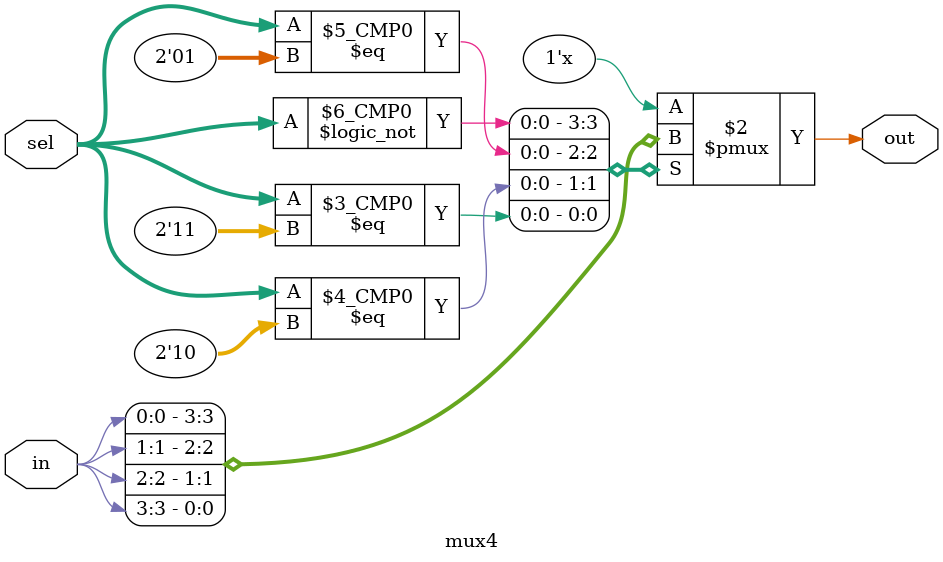
<source format=v>
module mux4(input [3:0] in, input [1:0] sel, output reg out);

always @(*) begin
    case(sel)
        2'b00: out = in[0];
        2'b01: out = in[1];
        2'b10: out = in[2];
        2'b11: out = in[3];
    endcase
end

endmodule
</source>
